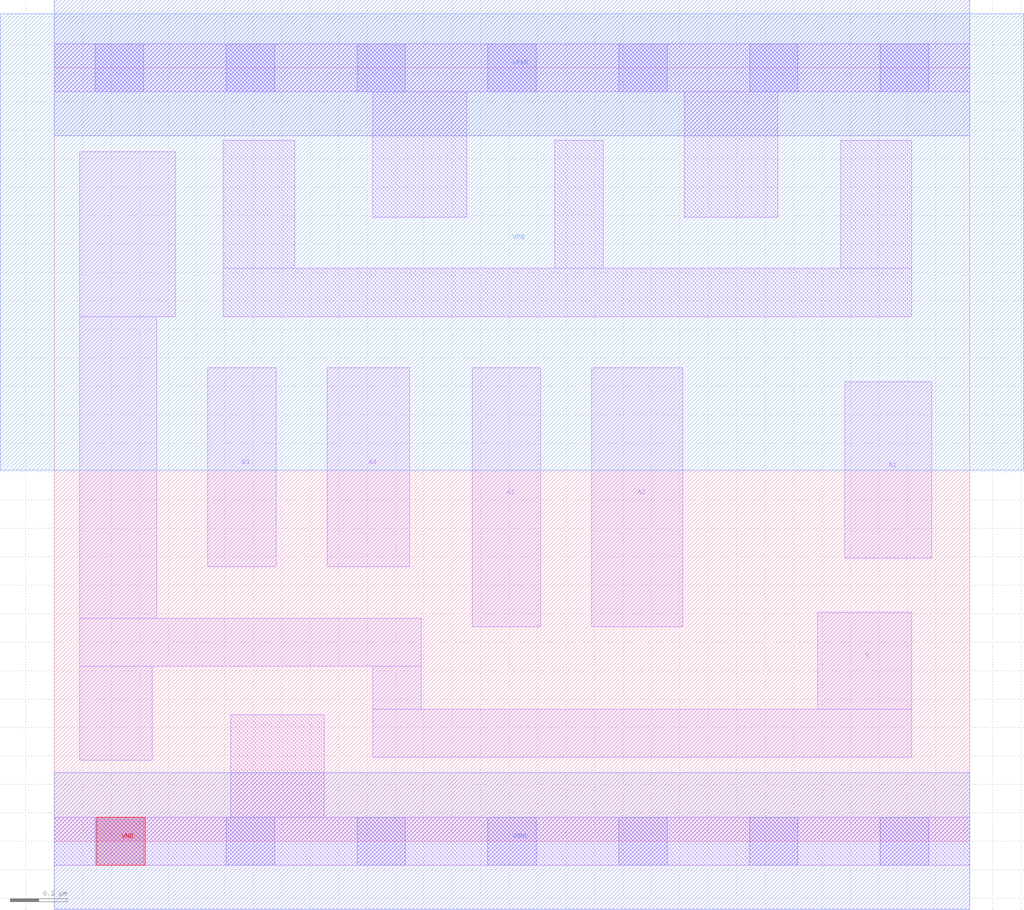
<source format=lef>
# Copyright 2020 The SkyWater PDK Authors
#
# Licensed under the Apache License, Version 2.0 (the "License");
# you may not use this file except in compliance with the License.
# You may obtain a copy of the License at
#
#     https://www.apache.org/licenses/LICENSE-2.0
#
# Unless required by applicable law or agreed to in writing, software
# distributed under the License is distributed on an "AS IS" BASIS,
# WITHOUT WARRANTIES OR CONDITIONS OF ANY KIND, either express or implied.
# See the License for the specific language governing permissions and
# limitations under the License.
#
# SPDX-License-Identifier: Apache-2.0

VERSION 5.7 ;
  NOWIREEXTENSIONATPIN ON ;
  DIVIDERCHAR "/" ;
  BUSBITCHARS "[]" ;
MACRO sky130_fd_sc_hd__a41oi_1
  CLASS CORE ;
  FOREIGN sky130_fd_sc_hd__a41oi_1 ;
  ORIGIN  0.000000  0.000000 ;
  SIZE  3.220000 BY  2.720000 ;
  SYMMETRY X Y R90 ;
  SITE unithd ;
  PIN A1
    ANTENNAGATEAREA  0.247500 ;
    DIRECTION INPUT ;
    USE SIGNAL ;
    PORT
      LAYER li1 ;
        RECT 2.780000 0.995000 3.085000 1.615000 ;
    END
  END A1
  PIN A2
    ANTENNAGATEAREA  0.247500 ;
    DIRECTION INPUT ;
    USE SIGNAL ;
    PORT
      LAYER li1 ;
        RECT 1.890000 0.755000 2.210000 1.665000 ;
    END
  END A2
  PIN A3
    ANTENNAGATEAREA  0.247500 ;
    DIRECTION INPUT ;
    USE SIGNAL ;
    PORT
      LAYER li1 ;
        RECT 1.470000 0.755000 1.710000 1.665000 ;
    END
  END A3
  PIN A4
    ANTENNAGATEAREA  0.247500 ;
    DIRECTION INPUT ;
    USE SIGNAL ;
    PORT
      LAYER li1 ;
        RECT 0.960000 0.965000 1.250000 1.665000 ;
    END
  END A4
  PIN B1
    ANTENNAGATEAREA  0.247500 ;
    DIRECTION INPUT ;
    USE SIGNAL ;
    PORT
      LAYER li1 ;
        RECT 0.540000 0.965000 0.780000 1.665000 ;
    END
  END B1
  PIN VNB
    PORT
      LAYER pwell ;
        RECT 0.150000 -0.085000 0.320000 0.085000 ;
    END
  END VNB
  PIN VPB
    PORT
      LAYER nwell ;
        RECT -0.190000 1.305000 3.410000 2.910000 ;
    END
  END VPB
  PIN Y
    ANTENNADIFFAREA  0.669500 ;
    DIRECTION OUTPUT ;
    USE SIGNAL ;
    PORT
      LAYER li1 ;
        RECT 0.090000 0.285000 0.345000 0.615000 ;
        RECT 0.090000 0.615000 1.290000 0.785000 ;
        RECT 0.090000 0.785000 0.360000 1.845000 ;
        RECT 0.090000 1.845000 0.425000 2.425000 ;
        RECT 1.120000 0.295000 3.015000 0.465000 ;
        RECT 1.120000 0.465000 1.290000 0.615000 ;
        RECT 2.685000 0.465000 3.015000 0.805000 ;
    END
  END Y
  PIN VGND
    DIRECTION INOUT ;
    SHAPE ABUTMENT ;
    USE GROUND ;
    PORT
      LAYER met1 ;
        RECT 0.000000 -0.240000 3.220000 0.240000 ;
    END
  END VGND
  PIN VPWR
    DIRECTION INOUT ;
    SHAPE ABUTMENT ;
    USE POWER ;
    PORT
      LAYER met1 ;
        RECT 0.000000 2.480000 3.220000 2.960000 ;
    END
  END VPWR
  OBS
    LAYER li1 ;
      RECT 0.000000 -0.085000 3.220000 0.085000 ;
      RECT 0.000000  2.635000 3.220000 2.805000 ;
      RECT 0.595000  1.845000 3.015000 2.015000 ;
      RECT 0.595000  2.015000 0.845000 2.465000 ;
      RECT 0.620000  0.085000 0.950000 0.445000 ;
      RECT 1.120000  2.195000 1.450000 2.635000 ;
      RECT 1.760000  2.015000 1.930000 2.465000 ;
      RECT 2.215000  2.195000 2.545000 2.635000 ;
      RECT 2.765000  2.015000 3.015000 2.465000 ;
    LAYER mcon ;
      RECT 0.145000 -0.085000 0.315000 0.085000 ;
      RECT 0.145000  2.635000 0.315000 2.805000 ;
      RECT 0.605000 -0.085000 0.775000 0.085000 ;
      RECT 0.605000  2.635000 0.775000 2.805000 ;
      RECT 1.065000 -0.085000 1.235000 0.085000 ;
      RECT 1.065000  2.635000 1.235000 2.805000 ;
      RECT 1.525000 -0.085000 1.695000 0.085000 ;
      RECT 1.525000  2.635000 1.695000 2.805000 ;
      RECT 1.985000 -0.085000 2.155000 0.085000 ;
      RECT 1.985000  2.635000 2.155000 2.805000 ;
      RECT 2.445000 -0.085000 2.615000 0.085000 ;
      RECT 2.445000  2.635000 2.615000 2.805000 ;
      RECT 2.905000 -0.085000 3.075000 0.085000 ;
      RECT 2.905000  2.635000 3.075000 2.805000 ;
  END
END sky130_fd_sc_hd__a41oi_1
END LIBRARY

</source>
